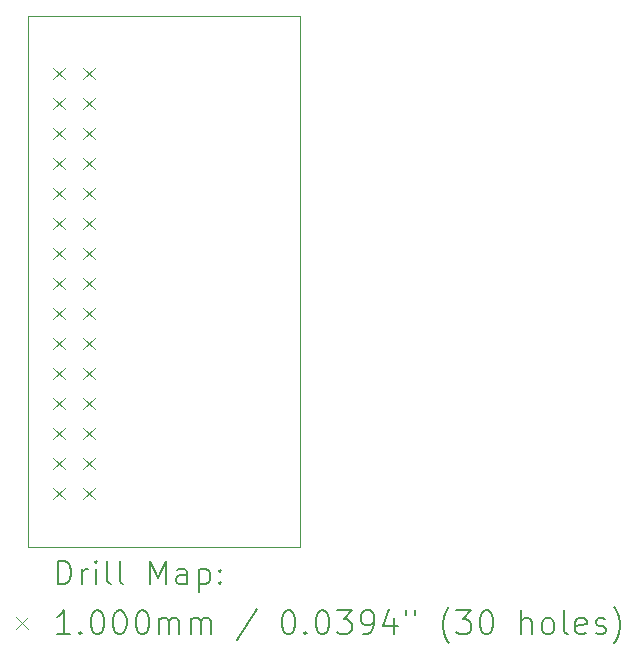
<source format=gbr>
%TF.GenerationSoftware,KiCad,Pcbnew,(6.0.8)*%
%TF.CreationDate,2023-01-26T09:35:37-06:00*%
%TF.ProjectId,flexible_connector,666c6578-6962-46c6-955f-636f6e6e6563,rev?*%
%TF.SameCoordinates,Original*%
%TF.FileFunction,Drillmap*%
%TF.FilePolarity,Positive*%
%FSLAX45Y45*%
G04 Gerber Fmt 4.5, Leading zero omitted, Abs format (unit mm)*
G04 Created by KiCad (PCBNEW (6.0.8)) date 2023-01-26 09:35:37*
%MOMM*%
%LPD*%
G01*
G04 APERTURE LIST*
%ADD10C,0.100000*%
%ADD11C,0.200000*%
G04 APERTURE END LIST*
D10*
X18070000Y-9850000D02*
X18070000Y-5350000D01*
X18070000Y-5350000D02*
X15770000Y-5350000D01*
X15770000Y-5350000D02*
X15770000Y-9850000D01*
X15770000Y-9850000D02*
X18070000Y-9850000D01*
D11*
D10*
X15981000Y-5789000D02*
X16081000Y-5889000D01*
X16081000Y-5789000D02*
X15981000Y-5889000D01*
X15981000Y-6043000D02*
X16081000Y-6143000D01*
X16081000Y-6043000D02*
X15981000Y-6143000D01*
X15981000Y-6297000D02*
X16081000Y-6397000D01*
X16081000Y-6297000D02*
X15981000Y-6397000D01*
X15981000Y-6551000D02*
X16081000Y-6651000D01*
X16081000Y-6551000D02*
X15981000Y-6651000D01*
X15981000Y-6805000D02*
X16081000Y-6905000D01*
X16081000Y-6805000D02*
X15981000Y-6905000D01*
X15981000Y-7059000D02*
X16081000Y-7159000D01*
X16081000Y-7059000D02*
X15981000Y-7159000D01*
X15981000Y-7313000D02*
X16081000Y-7413000D01*
X16081000Y-7313000D02*
X15981000Y-7413000D01*
X15981000Y-7567000D02*
X16081000Y-7667000D01*
X16081000Y-7567000D02*
X15981000Y-7667000D01*
X15981000Y-7821000D02*
X16081000Y-7921000D01*
X16081000Y-7821000D02*
X15981000Y-7921000D01*
X15981000Y-8075000D02*
X16081000Y-8175000D01*
X16081000Y-8075000D02*
X15981000Y-8175000D01*
X15981000Y-8329000D02*
X16081000Y-8429000D01*
X16081000Y-8329000D02*
X15981000Y-8429000D01*
X15981000Y-8583000D02*
X16081000Y-8683000D01*
X16081000Y-8583000D02*
X15981000Y-8683000D01*
X15981000Y-8837000D02*
X16081000Y-8937000D01*
X16081000Y-8837000D02*
X15981000Y-8937000D01*
X15981000Y-9091000D02*
X16081000Y-9191000D01*
X16081000Y-9091000D02*
X15981000Y-9191000D01*
X15981000Y-9345000D02*
X16081000Y-9445000D01*
X16081000Y-9345000D02*
X15981000Y-9445000D01*
X16235000Y-5789000D02*
X16335000Y-5889000D01*
X16335000Y-5789000D02*
X16235000Y-5889000D01*
X16235000Y-6043000D02*
X16335000Y-6143000D01*
X16335000Y-6043000D02*
X16235000Y-6143000D01*
X16235000Y-6297000D02*
X16335000Y-6397000D01*
X16335000Y-6297000D02*
X16235000Y-6397000D01*
X16235000Y-6551000D02*
X16335000Y-6651000D01*
X16335000Y-6551000D02*
X16235000Y-6651000D01*
X16235000Y-6805000D02*
X16335000Y-6905000D01*
X16335000Y-6805000D02*
X16235000Y-6905000D01*
X16235000Y-7059000D02*
X16335000Y-7159000D01*
X16335000Y-7059000D02*
X16235000Y-7159000D01*
X16235000Y-7313000D02*
X16335000Y-7413000D01*
X16335000Y-7313000D02*
X16235000Y-7413000D01*
X16235000Y-7567000D02*
X16335000Y-7667000D01*
X16335000Y-7567000D02*
X16235000Y-7667000D01*
X16235000Y-7821000D02*
X16335000Y-7921000D01*
X16335000Y-7821000D02*
X16235000Y-7921000D01*
X16235000Y-8075000D02*
X16335000Y-8175000D01*
X16335000Y-8075000D02*
X16235000Y-8175000D01*
X16235000Y-8329000D02*
X16335000Y-8429000D01*
X16335000Y-8329000D02*
X16235000Y-8429000D01*
X16235000Y-8583000D02*
X16335000Y-8683000D01*
X16335000Y-8583000D02*
X16235000Y-8683000D01*
X16235000Y-8837000D02*
X16335000Y-8937000D01*
X16335000Y-8837000D02*
X16235000Y-8937000D01*
X16235000Y-9091000D02*
X16335000Y-9191000D01*
X16335000Y-9091000D02*
X16235000Y-9191000D01*
X16235000Y-9345000D02*
X16335000Y-9445000D01*
X16335000Y-9345000D02*
X16235000Y-9445000D01*
D11*
X16022619Y-10165476D02*
X16022619Y-9965476D01*
X16070238Y-9965476D01*
X16098809Y-9975000D01*
X16117857Y-9994048D01*
X16127381Y-10013095D01*
X16136905Y-10051190D01*
X16136905Y-10079762D01*
X16127381Y-10117857D01*
X16117857Y-10136905D01*
X16098809Y-10155952D01*
X16070238Y-10165476D01*
X16022619Y-10165476D01*
X16222619Y-10165476D02*
X16222619Y-10032143D01*
X16222619Y-10070238D02*
X16232143Y-10051190D01*
X16241667Y-10041667D01*
X16260714Y-10032143D01*
X16279762Y-10032143D01*
X16346428Y-10165476D02*
X16346428Y-10032143D01*
X16346428Y-9965476D02*
X16336905Y-9975000D01*
X16346428Y-9984524D01*
X16355952Y-9975000D01*
X16346428Y-9965476D01*
X16346428Y-9984524D01*
X16470238Y-10165476D02*
X16451190Y-10155952D01*
X16441667Y-10136905D01*
X16441667Y-9965476D01*
X16575000Y-10165476D02*
X16555952Y-10155952D01*
X16546428Y-10136905D01*
X16546428Y-9965476D01*
X16803571Y-10165476D02*
X16803571Y-9965476D01*
X16870238Y-10108333D01*
X16936905Y-9965476D01*
X16936905Y-10165476D01*
X17117857Y-10165476D02*
X17117857Y-10060714D01*
X17108333Y-10041667D01*
X17089286Y-10032143D01*
X17051190Y-10032143D01*
X17032143Y-10041667D01*
X17117857Y-10155952D02*
X17098810Y-10165476D01*
X17051190Y-10165476D01*
X17032143Y-10155952D01*
X17022619Y-10136905D01*
X17022619Y-10117857D01*
X17032143Y-10098810D01*
X17051190Y-10089286D01*
X17098810Y-10089286D01*
X17117857Y-10079762D01*
X17213095Y-10032143D02*
X17213095Y-10232143D01*
X17213095Y-10041667D02*
X17232143Y-10032143D01*
X17270238Y-10032143D01*
X17289286Y-10041667D01*
X17298810Y-10051190D01*
X17308333Y-10070238D01*
X17308333Y-10127381D01*
X17298810Y-10146429D01*
X17289286Y-10155952D01*
X17270238Y-10165476D01*
X17232143Y-10165476D01*
X17213095Y-10155952D01*
X17394048Y-10146429D02*
X17403571Y-10155952D01*
X17394048Y-10165476D01*
X17384524Y-10155952D01*
X17394048Y-10146429D01*
X17394048Y-10165476D01*
X17394048Y-10041667D02*
X17403571Y-10051190D01*
X17394048Y-10060714D01*
X17384524Y-10051190D01*
X17394048Y-10041667D01*
X17394048Y-10060714D01*
D10*
X15665000Y-10445000D02*
X15765000Y-10545000D01*
X15765000Y-10445000D02*
X15665000Y-10545000D01*
D11*
X16127381Y-10585476D02*
X16013095Y-10585476D01*
X16070238Y-10585476D02*
X16070238Y-10385476D01*
X16051190Y-10414048D01*
X16032143Y-10433095D01*
X16013095Y-10442619D01*
X16213095Y-10566429D02*
X16222619Y-10575952D01*
X16213095Y-10585476D01*
X16203571Y-10575952D01*
X16213095Y-10566429D01*
X16213095Y-10585476D01*
X16346428Y-10385476D02*
X16365476Y-10385476D01*
X16384524Y-10395000D01*
X16394048Y-10404524D01*
X16403571Y-10423571D01*
X16413095Y-10461667D01*
X16413095Y-10509286D01*
X16403571Y-10547381D01*
X16394048Y-10566429D01*
X16384524Y-10575952D01*
X16365476Y-10585476D01*
X16346428Y-10585476D01*
X16327381Y-10575952D01*
X16317857Y-10566429D01*
X16308333Y-10547381D01*
X16298809Y-10509286D01*
X16298809Y-10461667D01*
X16308333Y-10423571D01*
X16317857Y-10404524D01*
X16327381Y-10395000D01*
X16346428Y-10385476D01*
X16536905Y-10385476D02*
X16555952Y-10385476D01*
X16575000Y-10395000D01*
X16584524Y-10404524D01*
X16594048Y-10423571D01*
X16603571Y-10461667D01*
X16603571Y-10509286D01*
X16594048Y-10547381D01*
X16584524Y-10566429D01*
X16575000Y-10575952D01*
X16555952Y-10585476D01*
X16536905Y-10585476D01*
X16517857Y-10575952D01*
X16508333Y-10566429D01*
X16498809Y-10547381D01*
X16489286Y-10509286D01*
X16489286Y-10461667D01*
X16498809Y-10423571D01*
X16508333Y-10404524D01*
X16517857Y-10395000D01*
X16536905Y-10385476D01*
X16727381Y-10385476D02*
X16746428Y-10385476D01*
X16765476Y-10395000D01*
X16775000Y-10404524D01*
X16784524Y-10423571D01*
X16794048Y-10461667D01*
X16794048Y-10509286D01*
X16784524Y-10547381D01*
X16775000Y-10566429D01*
X16765476Y-10575952D01*
X16746428Y-10585476D01*
X16727381Y-10585476D01*
X16708333Y-10575952D01*
X16698809Y-10566429D01*
X16689286Y-10547381D01*
X16679762Y-10509286D01*
X16679762Y-10461667D01*
X16689286Y-10423571D01*
X16698809Y-10404524D01*
X16708333Y-10395000D01*
X16727381Y-10385476D01*
X16879762Y-10585476D02*
X16879762Y-10452143D01*
X16879762Y-10471190D02*
X16889286Y-10461667D01*
X16908333Y-10452143D01*
X16936905Y-10452143D01*
X16955952Y-10461667D01*
X16965476Y-10480714D01*
X16965476Y-10585476D01*
X16965476Y-10480714D02*
X16975000Y-10461667D01*
X16994048Y-10452143D01*
X17022619Y-10452143D01*
X17041667Y-10461667D01*
X17051190Y-10480714D01*
X17051190Y-10585476D01*
X17146429Y-10585476D02*
X17146429Y-10452143D01*
X17146429Y-10471190D02*
X17155952Y-10461667D01*
X17175000Y-10452143D01*
X17203571Y-10452143D01*
X17222619Y-10461667D01*
X17232143Y-10480714D01*
X17232143Y-10585476D01*
X17232143Y-10480714D02*
X17241667Y-10461667D01*
X17260714Y-10452143D01*
X17289286Y-10452143D01*
X17308333Y-10461667D01*
X17317857Y-10480714D01*
X17317857Y-10585476D01*
X17708333Y-10375952D02*
X17536905Y-10633095D01*
X17965476Y-10385476D02*
X17984524Y-10385476D01*
X18003571Y-10395000D01*
X18013095Y-10404524D01*
X18022619Y-10423571D01*
X18032143Y-10461667D01*
X18032143Y-10509286D01*
X18022619Y-10547381D01*
X18013095Y-10566429D01*
X18003571Y-10575952D01*
X17984524Y-10585476D01*
X17965476Y-10585476D01*
X17946429Y-10575952D01*
X17936905Y-10566429D01*
X17927381Y-10547381D01*
X17917857Y-10509286D01*
X17917857Y-10461667D01*
X17927381Y-10423571D01*
X17936905Y-10404524D01*
X17946429Y-10395000D01*
X17965476Y-10385476D01*
X18117857Y-10566429D02*
X18127381Y-10575952D01*
X18117857Y-10585476D01*
X18108333Y-10575952D01*
X18117857Y-10566429D01*
X18117857Y-10585476D01*
X18251190Y-10385476D02*
X18270238Y-10385476D01*
X18289286Y-10395000D01*
X18298810Y-10404524D01*
X18308333Y-10423571D01*
X18317857Y-10461667D01*
X18317857Y-10509286D01*
X18308333Y-10547381D01*
X18298810Y-10566429D01*
X18289286Y-10575952D01*
X18270238Y-10585476D01*
X18251190Y-10585476D01*
X18232143Y-10575952D01*
X18222619Y-10566429D01*
X18213095Y-10547381D01*
X18203571Y-10509286D01*
X18203571Y-10461667D01*
X18213095Y-10423571D01*
X18222619Y-10404524D01*
X18232143Y-10395000D01*
X18251190Y-10385476D01*
X18384524Y-10385476D02*
X18508333Y-10385476D01*
X18441667Y-10461667D01*
X18470238Y-10461667D01*
X18489286Y-10471190D01*
X18498810Y-10480714D01*
X18508333Y-10499762D01*
X18508333Y-10547381D01*
X18498810Y-10566429D01*
X18489286Y-10575952D01*
X18470238Y-10585476D01*
X18413095Y-10585476D01*
X18394048Y-10575952D01*
X18384524Y-10566429D01*
X18603571Y-10585476D02*
X18641667Y-10585476D01*
X18660714Y-10575952D01*
X18670238Y-10566429D01*
X18689286Y-10537857D01*
X18698810Y-10499762D01*
X18698810Y-10423571D01*
X18689286Y-10404524D01*
X18679762Y-10395000D01*
X18660714Y-10385476D01*
X18622619Y-10385476D01*
X18603571Y-10395000D01*
X18594048Y-10404524D01*
X18584524Y-10423571D01*
X18584524Y-10471190D01*
X18594048Y-10490238D01*
X18603571Y-10499762D01*
X18622619Y-10509286D01*
X18660714Y-10509286D01*
X18679762Y-10499762D01*
X18689286Y-10490238D01*
X18698810Y-10471190D01*
X18870238Y-10452143D02*
X18870238Y-10585476D01*
X18822619Y-10375952D02*
X18775000Y-10518810D01*
X18898810Y-10518810D01*
X18965476Y-10385476D02*
X18965476Y-10423571D01*
X19041667Y-10385476D02*
X19041667Y-10423571D01*
X19336905Y-10661667D02*
X19327381Y-10652143D01*
X19308333Y-10623571D01*
X19298810Y-10604524D01*
X19289286Y-10575952D01*
X19279762Y-10528333D01*
X19279762Y-10490238D01*
X19289286Y-10442619D01*
X19298810Y-10414048D01*
X19308333Y-10395000D01*
X19327381Y-10366429D01*
X19336905Y-10356905D01*
X19394048Y-10385476D02*
X19517857Y-10385476D01*
X19451190Y-10461667D01*
X19479762Y-10461667D01*
X19498810Y-10471190D01*
X19508333Y-10480714D01*
X19517857Y-10499762D01*
X19517857Y-10547381D01*
X19508333Y-10566429D01*
X19498810Y-10575952D01*
X19479762Y-10585476D01*
X19422619Y-10585476D01*
X19403571Y-10575952D01*
X19394048Y-10566429D01*
X19641667Y-10385476D02*
X19660714Y-10385476D01*
X19679762Y-10395000D01*
X19689286Y-10404524D01*
X19698810Y-10423571D01*
X19708333Y-10461667D01*
X19708333Y-10509286D01*
X19698810Y-10547381D01*
X19689286Y-10566429D01*
X19679762Y-10575952D01*
X19660714Y-10585476D01*
X19641667Y-10585476D01*
X19622619Y-10575952D01*
X19613095Y-10566429D01*
X19603571Y-10547381D01*
X19594048Y-10509286D01*
X19594048Y-10461667D01*
X19603571Y-10423571D01*
X19613095Y-10404524D01*
X19622619Y-10395000D01*
X19641667Y-10385476D01*
X19946429Y-10585476D02*
X19946429Y-10385476D01*
X20032143Y-10585476D02*
X20032143Y-10480714D01*
X20022619Y-10461667D01*
X20003571Y-10452143D01*
X19975000Y-10452143D01*
X19955952Y-10461667D01*
X19946429Y-10471190D01*
X20155952Y-10585476D02*
X20136905Y-10575952D01*
X20127381Y-10566429D01*
X20117857Y-10547381D01*
X20117857Y-10490238D01*
X20127381Y-10471190D01*
X20136905Y-10461667D01*
X20155952Y-10452143D01*
X20184524Y-10452143D01*
X20203571Y-10461667D01*
X20213095Y-10471190D01*
X20222619Y-10490238D01*
X20222619Y-10547381D01*
X20213095Y-10566429D01*
X20203571Y-10575952D01*
X20184524Y-10585476D01*
X20155952Y-10585476D01*
X20336905Y-10585476D02*
X20317857Y-10575952D01*
X20308333Y-10556905D01*
X20308333Y-10385476D01*
X20489286Y-10575952D02*
X20470238Y-10585476D01*
X20432143Y-10585476D01*
X20413095Y-10575952D01*
X20403571Y-10556905D01*
X20403571Y-10480714D01*
X20413095Y-10461667D01*
X20432143Y-10452143D01*
X20470238Y-10452143D01*
X20489286Y-10461667D01*
X20498810Y-10480714D01*
X20498810Y-10499762D01*
X20403571Y-10518810D01*
X20575000Y-10575952D02*
X20594048Y-10585476D01*
X20632143Y-10585476D01*
X20651190Y-10575952D01*
X20660714Y-10556905D01*
X20660714Y-10547381D01*
X20651190Y-10528333D01*
X20632143Y-10518810D01*
X20603571Y-10518810D01*
X20584524Y-10509286D01*
X20575000Y-10490238D01*
X20575000Y-10480714D01*
X20584524Y-10461667D01*
X20603571Y-10452143D01*
X20632143Y-10452143D01*
X20651190Y-10461667D01*
X20727381Y-10661667D02*
X20736905Y-10652143D01*
X20755952Y-10623571D01*
X20765476Y-10604524D01*
X20775000Y-10575952D01*
X20784524Y-10528333D01*
X20784524Y-10490238D01*
X20775000Y-10442619D01*
X20765476Y-10414048D01*
X20755952Y-10395000D01*
X20736905Y-10366429D01*
X20727381Y-10356905D01*
M02*

</source>
